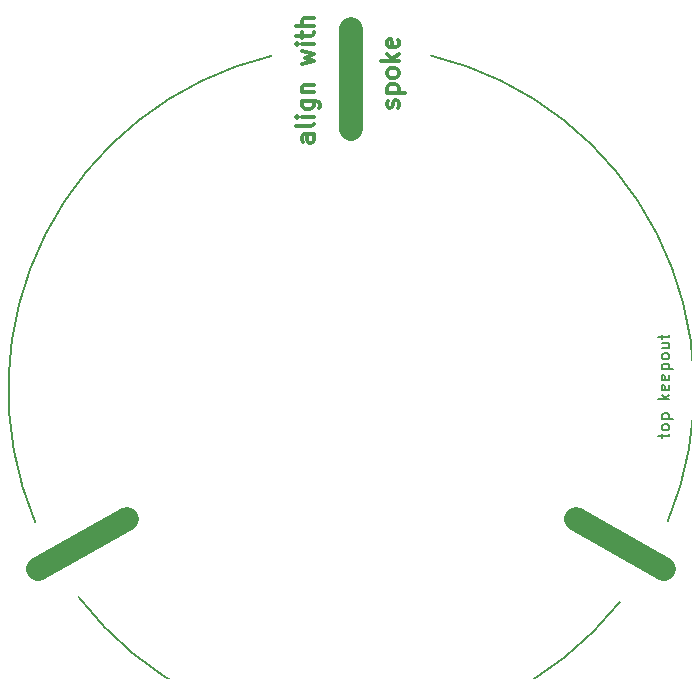
<source format=gto>
%FSLAX34Y34*%
G04 Gerber Fmt 3.4, Leading zero omitted, Abs format*
G04 (created by PCBNEW (2014-06-29 BZR 4957)-product) date Tue 08 Jul 2014 06:59:35 PM CEST*
%MOIN*%
G01*
G70*
G90*
G04 APERTURE LIST*
%ADD10C,0.003937*%
%ADD11C,0.007874*%
%ADD12C,0.078740*%
%ADD13C,0.011811*%
G04 APERTURE END LIST*
G54D10*
G54D11*
X56408Y-26287D02*
G75*
G03X48523Y-41830I2646J-11114D01*
G74*
G01*
X49977Y-44332D02*
G75*
G03X68011Y-44488I9078J6930D01*
G74*
G01*
X69610Y-41799D02*
G75*
G03X61712Y-26279I-10555J4398D01*
G74*
G01*
G54D12*
X59055Y-28740D02*
X59055Y-25393D01*
G54D13*
X57806Y-28908D02*
X57497Y-28908D01*
X57440Y-28937D01*
X57412Y-28993D01*
X57412Y-29105D01*
X57440Y-29161D01*
X57778Y-28908D02*
X57806Y-28965D01*
X57806Y-29105D01*
X57778Y-29161D01*
X57722Y-29190D01*
X57665Y-29190D01*
X57609Y-29161D01*
X57581Y-29105D01*
X57581Y-28965D01*
X57553Y-28908D01*
X57806Y-28543D02*
X57778Y-28599D01*
X57722Y-28627D01*
X57215Y-28627D01*
X57806Y-28318D02*
X57412Y-28318D01*
X57215Y-28318D02*
X57244Y-28346D01*
X57272Y-28318D01*
X57244Y-28290D01*
X57215Y-28318D01*
X57272Y-28318D01*
X57412Y-27784D02*
X57890Y-27784D01*
X57947Y-27812D01*
X57975Y-27840D01*
X58003Y-27896D01*
X58003Y-27980D01*
X57975Y-28037D01*
X57778Y-27784D02*
X57806Y-27840D01*
X57806Y-27952D01*
X57778Y-28008D01*
X57750Y-28037D01*
X57694Y-28065D01*
X57525Y-28065D01*
X57469Y-28037D01*
X57440Y-28008D01*
X57412Y-27952D01*
X57412Y-27840D01*
X57440Y-27784D01*
X57412Y-27502D02*
X57806Y-27502D01*
X57469Y-27502D02*
X57440Y-27474D01*
X57412Y-27418D01*
X57412Y-27334D01*
X57440Y-27277D01*
X57497Y-27249D01*
X57806Y-27249D01*
X57412Y-26574D02*
X57806Y-26462D01*
X57525Y-26349D01*
X57806Y-26237D01*
X57412Y-26124D01*
X57806Y-25899D02*
X57412Y-25899D01*
X57215Y-25899D02*
X57244Y-25928D01*
X57272Y-25899D01*
X57244Y-25871D01*
X57215Y-25899D01*
X57272Y-25899D01*
X57412Y-25703D02*
X57412Y-25478D01*
X57215Y-25618D02*
X57722Y-25618D01*
X57778Y-25590D01*
X57806Y-25534D01*
X57806Y-25478D01*
X57806Y-25281D02*
X57215Y-25281D01*
X57806Y-25028D02*
X57497Y-25028D01*
X57440Y-25056D01*
X57412Y-25112D01*
X57412Y-25196D01*
X57440Y-25253D01*
X57469Y-25281D01*
X60613Y-28023D02*
X60641Y-27966D01*
X60641Y-27854D01*
X60613Y-27798D01*
X60556Y-27769D01*
X60528Y-27769D01*
X60472Y-27798D01*
X60444Y-27854D01*
X60444Y-27938D01*
X60416Y-27994D01*
X60359Y-28023D01*
X60331Y-28023D01*
X60275Y-27994D01*
X60247Y-27938D01*
X60247Y-27854D01*
X60275Y-27798D01*
X60247Y-27516D02*
X60838Y-27516D01*
X60275Y-27516D02*
X60247Y-27460D01*
X60247Y-27348D01*
X60275Y-27291D01*
X60303Y-27263D01*
X60359Y-27235D01*
X60528Y-27235D01*
X60584Y-27263D01*
X60613Y-27291D01*
X60641Y-27348D01*
X60641Y-27460D01*
X60613Y-27516D01*
X60641Y-26898D02*
X60613Y-26954D01*
X60584Y-26982D01*
X60528Y-27010D01*
X60359Y-27010D01*
X60303Y-26982D01*
X60275Y-26954D01*
X60247Y-26898D01*
X60247Y-26813D01*
X60275Y-26757D01*
X60303Y-26729D01*
X60359Y-26701D01*
X60528Y-26701D01*
X60584Y-26729D01*
X60613Y-26757D01*
X60641Y-26813D01*
X60641Y-26898D01*
X60641Y-26448D02*
X60050Y-26448D01*
X60416Y-26392D02*
X60641Y-26223D01*
X60247Y-26223D02*
X60472Y-26448D01*
X60613Y-25745D02*
X60641Y-25801D01*
X60641Y-25913D01*
X60613Y-25970D01*
X60556Y-25998D01*
X60331Y-25998D01*
X60275Y-25970D01*
X60247Y-25913D01*
X60247Y-25801D01*
X60275Y-25745D01*
X60331Y-25717D01*
X60388Y-25717D01*
X60444Y-25998D01*
G54D11*
X69403Y-39027D02*
X69403Y-38877D01*
X69272Y-38971D02*
X69610Y-38971D01*
X69647Y-38952D01*
X69666Y-38915D01*
X69666Y-38877D01*
X69666Y-38690D02*
X69647Y-38727D01*
X69628Y-38746D01*
X69591Y-38765D01*
X69478Y-38765D01*
X69441Y-38746D01*
X69422Y-38727D01*
X69403Y-38690D01*
X69403Y-38634D01*
X69422Y-38596D01*
X69441Y-38577D01*
X69478Y-38559D01*
X69591Y-38559D01*
X69628Y-38577D01*
X69647Y-38596D01*
X69666Y-38634D01*
X69666Y-38690D01*
X69403Y-38390D02*
X69797Y-38390D01*
X69422Y-38390D02*
X69403Y-38353D01*
X69403Y-38278D01*
X69422Y-38240D01*
X69441Y-38221D01*
X69478Y-38203D01*
X69591Y-38203D01*
X69628Y-38221D01*
X69647Y-38240D01*
X69666Y-38278D01*
X69666Y-38353D01*
X69647Y-38390D01*
X69666Y-37734D02*
X69272Y-37734D01*
X69516Y-37696D02*
X69666Y-37584D01*
X69403Y-37584D02*
X69553Y-37734D01*
X69647Y-37265D02*
X69666Y-37303D01*
X69666Y-37378D01*
X69647Y-37415D01*
X69610Y-37434D01*
X69460Y-37434D01*
X69422Y-37415D01*
X69403Y-37378D01*
X69403Y-37303D01*
X69422Y-37265D01*
X69460Y-37246D01*
X69497Y-37246D01*
X69535Y-37434D01*
X69647Y-36928D02*
X69666Y-36965D01*
X69666Y-37040D01*
X69647Y-37078D01*
X69610Y-37096D01*
X69460Y-37096D01*
X69422Y-37078D01*
X69403Y-37040D01*
X69403Y-36965D01*
X69422Y-36928D01*
X69460Y-36909D01*
X69497Y-36909D01*
X69535Y-37096D01*
X69403Y-36740D02*
X69797Y-36740D01*
X69422Y-36740D02*
X69403Y-36703D01*
X69403Y-36628D01*
X69422Y-36590D01*
X69441Y-36571D01*
X69478Y-36553D01*
X69591Y-36553D01*
X69628Y-36571D01*
X69647Y-36590D01*
X69666Y-36628D01*
X69666Y-36703D01*
X69647Y-36740D01*
X69666Y-36328D02*
X69647Y-36365D01*
X69628Y-36384D01*
X69591Y-36403D01*
X69478Y-36403D01*
X69441Y-36384D01*
X69422Y-36365D01*
X69403Y-36328D01*
X69403Y-36272D01*
X69422Y-36234D01*
X69441Y-36215D01*
X69478Y-36197D01*
X69591Y-36197D01*
X69628Y-36215D01*
X69647Y-36234D01*
X69666Y-36272D01*
X69666Y-36328D01*
X69403Y-35859D02*
X69666Y-35859D01*
X69403Y-36028D02*
X69610Y-36028D01*
X69647Y-36009D01*
X69666Y-35972D01*
X69666Y-35915D01*
X69647Y-35878D01*
X69628Y-35859D01*
X69403Y-35728D02*
X69403Y-35578D01*
X69272Y-35672D02*
X69610Y-35672D01*
X69647Y-35653D01*
X69666Y-35615D01*
X69666Y-35578D01*
G54D12*
X51574Y-41732D02*
X48622Y-43405D01*
X66535Y-41732D02*
X69488Y-43405D01*
M02*

</source>
